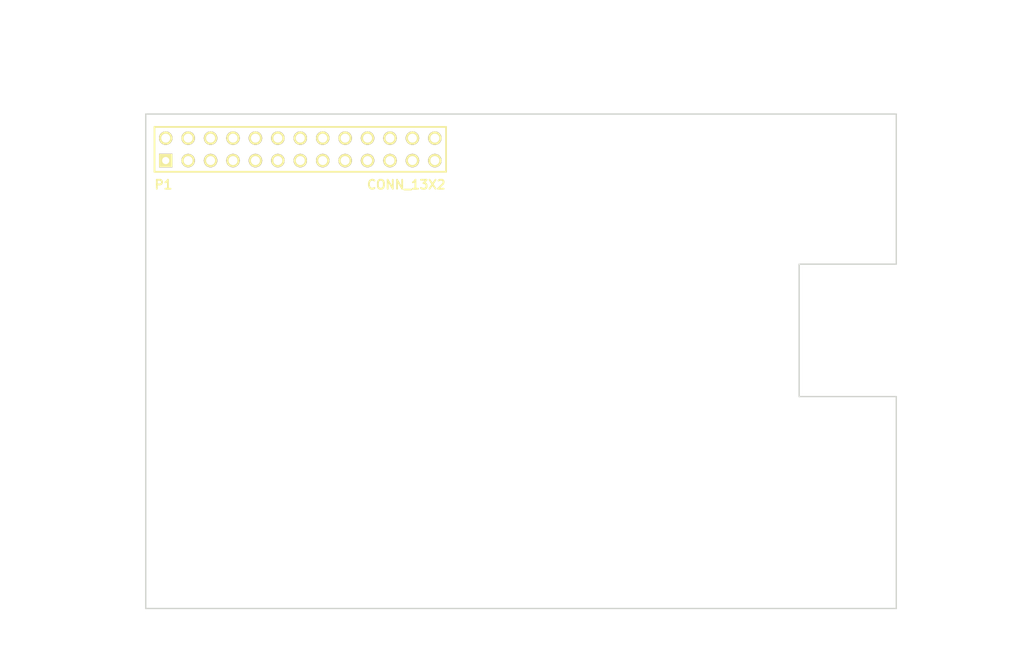
<source format=kicad_pcb>
(kicad_pcb (version 20221018) (generator pcbnew)
  (title_block (date "15 nov 2012"))
  (layers (0 "F.Cu" signal) (31 "B.Cu" signal) (34 "B.Paste" user) (35 "F.Paste" user) (36 "B.SilkS" user "B.Silkscreen") (37 "F.SilkS" user "F.Silkscreen") (38 "B.Mask" user) (39 "F.Mask" user) (44 "Edge.Cuts" user))
  (net 0 "")
  (net 1 "+3.3V")
  (net 2 "+5V")
  (net 3 "GND")
  (footprint "pin_array_13x2" (layer "F.Cu") (at 161 129)
    (fp_text reference "P1" (at -15.5 4) (layer "F.SilkS") (effects (font (size 1.016 1.016) (thickness 0.2032))))
    (fp_text value "CONN_13X2" (at 12 4) (layer "F.SilkS") (effects (font (size 1.016 1.016) (thickness 0.2032))))
    (fp_line (start -16.51 -2.54) (end -16.51 2.54) (stroke (width 0.2032)) (layer "F.SilkS"))
    (fp_line (start -16.51 2.54) (end 16.51 2.54) (stroke (width 0.2032)) (layer "F.SilkS"))
    (fp_line (start 16.51 -2.54) (end -16.51 -2.54) (stroke (width 0.2032)) (layer "F.SilkS"))
    (fp_line (start 16.51 2.54) (end 16.51 -2.54) (stroke (width 0.2032)) (layer "F.SilkS"))
    (pad "1" thru_hole rect (at -15.24 1.27) (size 1.524 1.524) (drill 0.8128) (layers "*.Cu" "*.Mask" "F.SilkS") (net 1 "+3.3V"))
    (pad "2" thru_hole circle (at -15.24 -1.27) (size 1.524 1.524) (drill 1.016) (layers "*.Cu" "*.Mask" "F.SilkS") (net 2 "+5V"))
    (pad "3" thru_hole circle (at -12.7 1.27) (size 1.524 1.524) (drill 1.016) (layers "*.Cu" "*.Mask" "F.SilkS"))
    (pad "4" thru_hole circle (at -12.7 -1.27) (size 1.524 1.524) (drill 1.016) (layers "*.Cu" "*.Mask" "F.SilkS"))
    (pad "5" thru_hole circle (at -10.16 1.27) (size 1.524 1.524) (drill 1.016) (layers "*.Cu" "*.Mask" "F.SilkS"))
    (pad "6" thru_hole circle (at -10.16 -1.27) (size 1.524 1.524) (drill 1.016) (layers "*.Cu" "*.Mask" "F.SilkS") (net 3 "GND"))
    (pad "7" thru_hole circle (at -7.62 1.27) (size 1.524 1.524) (drill 1.016) (layers "*.Cu" "*.Mask" "F.SilkS"))
    (pad "8" thru_hole circle (at -7.62 -1.27) (size 1.524 1.524) (drill 1.016) (layers "*.Cu" "*.Mask" "F.SilkS"))
    (pad "9" thru_hole circle (at -5.08 1.27) (size 1.524 1.524) (drill 1.016) (layers "*.Cu" "*.Mask" "F.SilkS"))
    (pad "10" thru_hole circle (at -5.08 -1.27) (size 1.524 1.524) (drill 1.016) (layers "*.Cu" "*.Mask" "F.SilkS"))
    (pad "11" thru_hole circle (at -2.54 1.27) (size 1.524 1.524) (drill 1.016) (layers "*.Cu" "*.Mask" "F.SilkS"))
    (pad "12" thru_hole circle (at -2.54 -1.27) (size 1.524 1.524) (drill 1.016) (layers "*.Cu" "*.Mask" "F.SilkS"))
    (pad "13" thru_hole circle (at 0 1.27) (size 1.524 1.524) (drill 1.016) (layers "*.Cu" "*.Mask" "F.SilkS"))
    (pad "14" thru_hole circle (at 0 -1.27) (size 1.524 1.524) (drill 1.016) (layers "*.Cu" "*.Mask" "F.SilkS"))
    (pad "15" thru_hole circle (at 2.54 1.27) (size 1.524 1.524) (drill 1.016) (layers "*.Cu" "*.Mask" "F.SilkS"))
    (pad "16" thru_hole circle (at 2.54 -1.27) (size 1.524 1.524) (drill 1.016) (layers "*.Cu" "*.Mask" "F.SilkS"))
    (pad "17" thru_hole circle (at 5.08 1.27) (size 1.524 1.524) (drill 1.016) (layers "*.Cu" "*.Mask" "F.SilkS"))
    (pad "18" thru_hole circle (at 5.08 -1.27) (size 1.524 1.524) (drill 1.016) (layers "*.Cu" "*.Mask" "F.SilkS"))
    (pad "19" thru_hole circle (at 7.62 1.27) (size 1.524 1.524) (drill 1.016) (layers "*.Cu" "*.Mask" "F.SilkS"))
    (pad "20" thru_hole circle (at 7.62 -1.27) (size 1.524 1.524) (drill 1.016) (layers "*.Cu" "*.Mask" "F.SilkS"))
    (pad "21" thru_hole circle (at 10.16 1.27) (size 1.524 1.524) (drill 1.016) (layers "*.Cu" "*.Mask" "F.SilkS"))
    (pad "22" thru_hole circle (at 10.16 -1.27) (size 1.524 1.524) (drill 1.016) (layers "*.Cu" "*.Mask" "F.SilkS"))
    (pad "23" thru_hole circle (at 12.7 1.27) (size 1.524 1.524) (drill 1.016) (layers "*.Cu" "*.Mask" "F.SilkS"))
    (pad "24" thru_hole circle (at 12.7 -1.27) (size 1.524 1.524) (drill 1.016) (layers "*.Cu" "*.Mask" "F.SilkS"))
    (pad "25" thru_hole circle (at 15.24 1.27) (size 1.524 1.524) (drill 1.016) (layers "*.Cu" "*.Mask" "F.SilkS"))
    (pad "26" thru_hole circle (at 15.24 -1.27) (size 1.524 1.524) (drill 1.016) (layers "*.Cu" "*.Mask" "F.SilkS"))
  )
  (gr_line (start 228.5 125) (end 143.5 125) (stroke (width 0.15)) (layer "Edge.Cuts"))
  (gr_line (start 217.5 142) (end 228.5 142) (stroke (width 0.15)) (layer "Edge.Cuts"))
  (gr_line (start 228.5 181) (end 228.5 157) (stroke (width 0.15)) (layer "Edge.Cuts"))
  (gr_line (start 228.5 142) (end 228.5 125) (stroke (width 0.15)) (layer "Edge.Cuts"))
  (gr_line (start 143.5 181) (end 228.5 181) (stroke (width 0.15)) (layer "Edge.Cuts"))
  (gr_line (start 143.5 125) (end 143.5 181) (stroke (width 0.15)) (layer "Edge.Cuts"))
  (gr_line (start 228.5 157) (end 217.5 157) (stroke (width 0.15)) (layer "Edge.Cuts"))
  (gr_line (start 217.5 157) (end 217.5 142) (stroke (width 0.15)) (layer "Edge.Cuts"))
)
</source>
